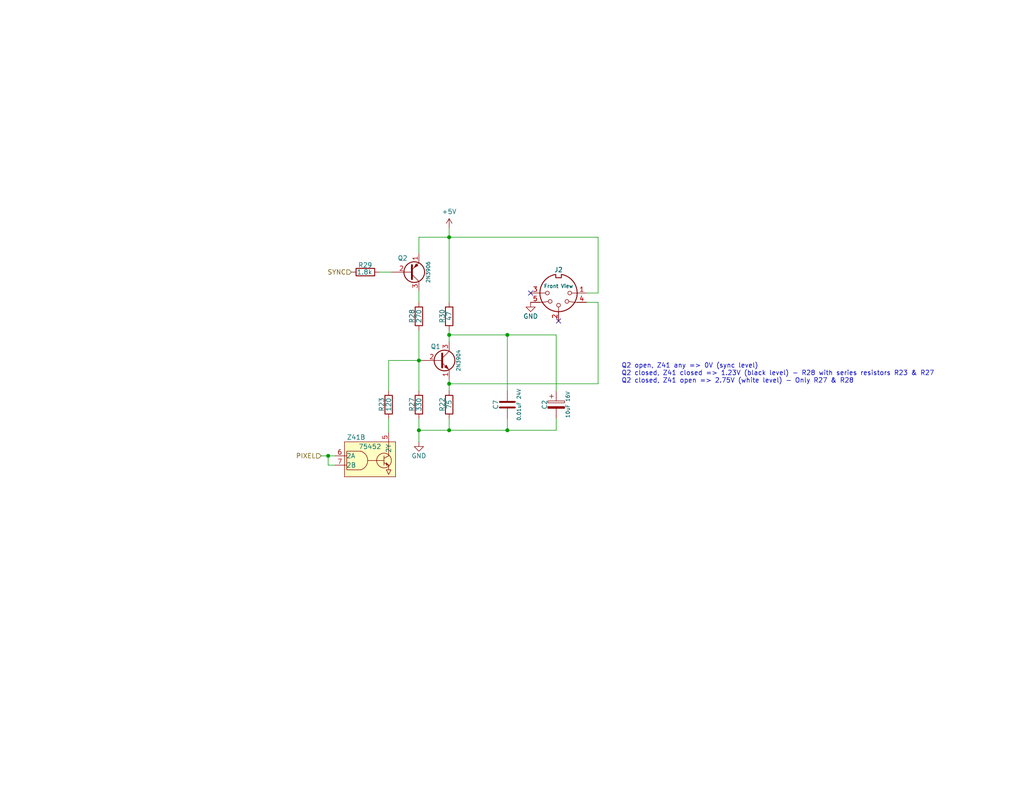
<source format=kicad_sch>
(kicad_sch (version 20230121) (generator eeschema)
  (paper "USLetter")
  (title_block (title "TRS-80 Model I G") (date "2023-10-24") (rev "E1B") (company "RetroStack - Marcel Erz") (comment 2 "Mixing circuit for sync and pixel data") (comment 4 "Video Mixer"))
  (lib_symbols
    (symbol "Connector:DIN-5_180degree" (pin_names (offset 1.016))
      (property "Reference" "J" (at 3.175 5.715 0))
      (property "Value" "DIN-5_180degree" (at 0 -6.35 0))
      (symbol "DIN-5_180degree_0_1"
        (arc (start -5.08 0) (mid -3.8609 -3.3364) (end -0.762 -5.08) (stroke (width 0.254)))
        (circle (center -3.048 0) (radius 0.508))
        (circle (center -2.286 2.286) (radius 0.508))
        (polyline (pts (xy -5.08 0) (xy -3.556 0)))
        (polyline (pts (xy 0 5.08) (xy 0 3.81)))
        (polyline (pts (xy 5.08 0) (xy 3.556 0)))
        (polyline (pts (xy -5.08 2.54) (xy -4.318 2.54) (xy -2.794 2.286)))
        (polyline (pts (xy 5.08 2.54) (xy 4.318 2.54) (xy 2.794 2.286)))
        (polyline (pts (xy -0.762 -4.953) (xy -0.762 -4.191) (xy 0.762 -4.191) (xy 0.762 -4.953)) (stroke (width 0.254)))
        (circle (center 0 3.302) (radius 0.508))
        (arc (start 0.762 -5.08) (mid 3.8685 -3.343) (end 5.08 0) (stroke (width 0.254)))
        (circle (center 2.286 2.286) (radius 0.508))
        (circle (center 3.048 0) (radius 0.508))
        (arc (start 5.08 0) (mid 0 5.0579) (end -5.08 0) (stroke (width 0.254)))
      )
      (symbol "DIN-5_180degree_1_1"
        (pin passive line (at -7.62 0 0) (length 2.54) (name "~") (number "1"))
        (pin passive line (at 0 7.62 270) (length 2.54) (name "~") (number "2"))
        (pin passive line (at 7.62 0 180) (length 2.54) (name "~") (number "3"))
        (pin passive line (at -7.62 2.54 0) (length 2.54) (name "~") (number "4"))
        (pin passive line (at 7.62 2.54 180) (length 2.54) (name "~") (number "5"))
      )
    )
    (symbol "Device:C" (pin_numbers hide) (pin_names (offset 0.254))
      (property "Reference" "C" (at 0.635 2.54 0))
      (property "Value" "C" (at 0.635 -2.54 0))
      (symbol "C_0_1"
        (polyline (pts (xy -2.032 -0.762) (xy 2.032 -0.762)) (stroke (width 0.508)))
        (polyline (pts (xy -2.032 0.762) (xy 2.032 0.762)) (stroke (width 0.508)))
      )
      (symbol "C_1_1"
        (pin passive line (at 0 3.81 270) (length 2.794) (name "~") (number "1"))
        (pin passive line (at 0 -3.81 90) (length 2.794) (name "~") (number "2"))
      )
    )
    (symbol "Device:C_Polarized" (pin_numbers hide) (pin_names (offset 0.254))
      (property "Reference" "C" (at 0.635 2.54 0))
      (property "Value" "C_Polarized" (at 0.635 -2.54 0))
      (symbol "C_Polarized_0_1"
        (rectangle (start -2.286 0.508) (end 2.286 1.016))
        (polyline (pts (xy -1.778 2.286) (xy -0.762 2.286)))
        (polyline (pts (xy -1.27 2.794) (xy -1.27 1.778)))
        (rectangle (start 2.286 -0.508) (end -2.286 -1.016) (fill (type outline)))
      )
      (symbol "C_Polarized_1_1"
        (pin passive line (at 0 3.81 270) (length 2.794) (name "~") (number "1"))
        (pin passive line (at 0 -3.81 90) (length 2.794) (name "~") (number "2"))
      )
    )
    (symbol "Device:R" (pin_numbers hide) (pin_names (offset 0))
      (property "Reference" "R" (at 2.032 0 90))
      (property "Value" "R" (at 0 0 90))
      (symbol "R_0_1"
        (rectangle (start -1.016 -2.54) (end 1.016 2.54) (stroke (width 0.254)))
      )
      (symbol "R_1_1"
        (pin passive line (at 0 3.81 270) (length 1.27) (name "~") (number "1"))
        (pin passive line (at 0 -3.81 90) (length 1.27) (name "~") (number "2"))
      )
    )
    (symbol "RetroStackLibrary:75452"
      (property "Reference" "U" (at 0 0 0))
      (property "Value" "75452" (at 0 -2.54 0))
      (symbol "75452_1_1"
        (rectangle (start -6.985 -1.27) (end 6.985 -10.795) (fill (type background)))
        (arc (start -2.54 -8.89) (mid -0.6393 -6.35) (end -2.54 -3.81))
        (circle (center -0.127 -6.35) (radius 0.5236))
        (polyline (pts (xy -6.35 -7.62) (xy -6.985 -7.62)))
        (polyline (pts (xy -6.35 -5.08) (xy -6.985 -5.08)))
        (polyline (pts (xy 0.381 -6.35) (xy 1.905 -6.35)))
        (polyline (pts (xy 3.81 -6.985) (xy 5.08 -7.62)))
        (polyline (pts (xy 3.81 -6.35) (xy 1.905 -6.35)))
        (polyline (pts (xy 3.81 -5.715) (xy 5.08 -5.08)))
        (polyline (pts (xy 3.81 -5.08) (xy 3.81 -7.62)))
        (polyline (pts (xy 4.445 -6.985) (xy 4.445 -7.62)))
        (polyline (pts (xy 5.08 -7.62) (xy 4.445 -7.62)))
        (polyline (pts (xy 5.08 -7.62) (xy 4.445 -6.985)))
        (polyline (pts (xy 5.08 -7.62) (xy 5.08 -8.89)))
        (polyline (pts (xy 5.08 -5.08) (xy 5.08 -1.27)))
        (polyline (pts (xy -2.54 -8.89) (xy -6.35 -8.89) (xy -6.35 -3.81) (xy -2.54 -3.81)))
        (polyline (pts (xy 4.445 -8.89) (xy 5.715 -8.89) (xy 5.08 -10.16) (xy 4.445 -8.89)))
        (circle (center 3.81 -6.35) (radius 2.008))
        (pin input line (at -9.525 -5.08 0) (length 2.54) (name "1A") (number "1"))
        (pin input line (at -9.525 -7.62 0) (length 2.54) (name "1B") (number "2"))
        (pin passive line (at 5.08 1.27 270) (length 2.54) (name "1Y") (number "3"))
      )
      (symbol "75452_2_1"
        (rectangle (start -6.985 -1.27) (end 6.985 -10.795) (fill (type background)))
        (arc (start -2.54 -8.89) (mid -0.6393 -6.35) (end -2.54 -3.81))
        (polyline (pts (xy -6.35 -7.62) (xy -6.985 -7.62)))
        (polyline (pts (xy -6.35 -5.08) (xy -6.985 -5.08)))
        (polyline (pts (xy -0.635 -6.35) (xy 1.905 -6.35)))
        (polyline (pts (xy 3.81 -6.985) (xy 5.08 -7.62)))
        (polyline (pts (xy 3.81 -6.35) (xy 1.905 -6.35)))
        (polyline (pts (xy 3.81 -5.715) (xy 5.08 -5.08)))
        (polyline (pts (xy 3.81 -5.08) (xy 3.81 -7.62)))
        (polyline (pts (xy 4.445 -6.985) (xy 4.445 -7.62)))
        (polyline (pts (xy 5.08 -7.62) (xy 4.445 -7.62)))
        (polyline (pts (xy 5.08 -7.62) (xy 4.445 -6.985)))
        (polyline (pts (xy 5.08 -7.62) (xy 5.08 -8.89)))
        (polyline (pts (xy 5.08 -5.08) (xy 5.08 -1.27)))
        (polyline (pts (xy -2.54 -8.89) (xy -6.35 -8.89) (xy -6.35 -3.81) (xy -2.54 -3.81)))
        (polyline (pts (xy 4.445 -8.89) (xy 5.715 -8.89) (xy 5.08 -10.16) (xy 4.445 -8.89)))
        (circle (center 3.81 -6.35) (radius 2.008))
        (pin passive line (at 5.08 1.27 270) (length 2.54) (name "2Y") (number "5"))
        (pin input line (at -9.525 -5.08 0) (length 2.54) (name "2A") (number "6"))
        (pin input line (at -9.525 -7.62 0) (length 2.54) (name "2B") (number "7"))
      )
      (symbol "75452_3_1"
        (rectangle (start -6.985 -1.27) (end 3.175 -16.51) (fill (type background)))
        (pin passive line (at -1.905 -19.05 90) (length 2.54) (name "GND") (number "4"))
        (pin passive line (at -1.905 1.27 270) (length 2.54) (name "VCC") (number "8"))
      )
    )
    (symbol "Transistor_BJT:2N3904" (pin_names (offset 0) hide)
      (property "Reference" "Q" (at 5.08 1.905 0))
      (property "Value" "2N3904" (at 5.08 0 0))
      (symbol "2N3904_0_1"
        (polyline (pts (xy 0.635 0.635) (xy 2.54 2.54)))
        (polyline (pts (xy 0.635 -0.635) (xy 2.54 -2.54) (xy 2.54 -2.54)))
        (polyline (pts (xy 0.635 1.905) (xy 0.635 -1.905) (xy 0.635 -1.905)) (stroke (width 0.508)))
        (polyline (pts (xy 1.27 -1.778) (xy 1.778 -1.27) (xy 2.286 -2.286) (xy 1.27 -1.778) (xy 1.27 -1.778)) (fill (type outline)))
        (circle (center 1.27 0) (radius 2.8194) (stroke (width 0.254)))
      )
      (symbol "2N3904_1_1"
        (pin passive line (at 2.54 -5.08 90) (length 2.54) (name "E") (number "1"))
        (pin passive line (at -5.08 0 0) (length 5.715) (name "B") (number "2"))
        (pin passive line (at 2.54 5.08 270) (length 2.54) (name "C") (number "3"))
      )
    )
    (symbol "Transistor_BJT:2N3906" (pin_names (offset 0) hide)
      (property "Reference" "Q" (at 5.08 1.905 0))
      (property "Value" "2N3906" (at 5.08 0 0))
      (symbol "2N3906_0_1"
        (polyline (pts (xy 0.635 0.635) (xy 2.54 2.54)))
        (polyline (pts (xy 0.635 -0.635) (xy 2.54 -2.54) (xy 2.54 -2.54)))
        (polyline (pts (xy 0.635 1.905) (xy 0.635 -1.905) (xy 0.635 -1.905)) (stroke (width 0.508)))
        (polyline (pts (xy 2.286 -1.778) (xy 1.778 -2.286) (xy 1.27 -1.27) (xy 2.286 -1.778) (xy 2.286 -1.778)) (fill (type outline)))
        (circle (center 1.27 0) (radius 2.8194) (stroke (width 0.254)))
      )
      (symbol "2N3906_1_1"
        (pin passive line (at 2.54 -5.08 90) (length 2.54) (name "E") (number "1"))
        (pin input line (at -5.08 0 0) (length 5.715) (name "B") (number "2"))
        (pin passive line (at 2.54 5.08 270) (length 2.54) (name "C") (number "3"))
      )
    )
    (symbol "power:+5V" (power) (pin_names (offset 0))
      (property "Value" "+5V" (at 0 3.556 0))
      (symbol "+5V_0_1"
        (polyline (pts (xy -0.762 1.27) (xy 0 2.54)))
        (polyline (pts (xy 0 0) (xy 0 2.54)))
        (polyline (pts (xy 0 2.54) (xy 0.762 1.27)))
      )
      (symbol "+5V_1_1"
        (pin power_in line (at 0 0 90) (length 0) hide (name "+5V") (number "1"))
      )
    )
    (symbol "power:GND" (power) (pin_names (offset 0))
      (property "Value" "GND" (at 0 -3.81 0))
      (symbol "GND_0_1"
        (polyline (pts (xy 0 0) (xy 0 -1.27) (xy 1.27 -1.27) (xy 0 -2.54) (xy -1.27 -1.27) (xy 0 -1.27)))
      )
      (symbol "GND_1_1"
        (pin power_in line (at 0 0 270) (length 0) hide (name "GND") (number "1"))
      )
    )
  )
  (junction (at 138.43 117.475))
  (junction (at 122.555 104.775))
  (junction (at 122.555 91.44))
  (junction (at 122.555 64.77))
  (junction (at 114.3 117.475))
  (junction (at 138.43 91.44))
  (junction (at 122.555 117.475))
  (junction (at 89.535 124.46))
  (junction (at 114.3 98.425))
  (no_connect (at 152.4 87.63))
  (no_connect (at 144.78 80.01))
  (wire (pts (xy 114.3 79.375) (xy 114.3 82.55)))
  (wire (pts (xy 89.535 127) (xy 89.535 124.46)))
  (wire (pts (xy 163.195 80.01) (xy 163.195 64.77)))
  (wire (pts (xy 114.3 98.425) (xy 114.935 98.425)))
  (wire (pts (xy 103.505 74.295) (xy 106.68 74.295)))
  (wire (pts (xy 122.555 104.775) (xy 122.555 106.68)))
  (wire (pts (xy 91.44 127) (xy 89.535 127)))
  (wire (pts (xy 163.195 82.55) (xy 163.195 104.775)))
  (wire (pts (xy 122.555 117.475) (xy 114.3 117.475)))
  (wire (pts (xy 151.765 106.68) (xy 151.765 91.44)))
  (wire (pts (xy 114.3 90.17) (xy 114.3 98.425)))
  (wire (pts (xy 89.535 124.46) (xy 91.44 124.46)))
  (wire (pts (xy 160.02 80.01) (xy 163.195 80.01)))
  (wire (pts (xy 122.555 104.775) (xy 163.195 104.775)))
  (wire (pts (xy 114.3 69.215) (xy 114.3 64.77)))
  (wire (pts (xy 163.195 64.77) (xy 122.555 64.77)))
  (wire (pts (xy 151.765 114.3) (xy 151.765 117.475)))
  (wire (pts (xy 138.43 117.475) (xy 122.555 117.475)))
  (wire (pts (xy 114.3 64.77) (xy 122.555 64.77)))
  (wire (pts (xy 138.43 114.3) (xy 138.43 117.475)))
  (wire (pts (xy 122.555 90.17) (xy 122.555 91.44)))
  (wire (pts (xy 151.765 117.475) (xy 138.43 117.475)))
  (wire (pts (xy 122.555 91.44) (xy 122.555 93.345)))
  (wire (pts (xy 106.045 98.425) (xy 114.3 98.425)))
  (wire (pts (xy 122.555 64.77) (xy 122.555 82.55)))
  (wire (pts (xy 138.43 106.68) (xy 138.43 91.44)))
  (wire (pts (xy 114.3 117.475) (xy 114.3 120.65)))
  (wire (pts (xy 151.765 91.44) (xy 138.43 91.44)))
  (wire (pts (xy 122.555 103.505) (xy 122.555 104.775)))
  (wire (pts (xy 122.555 114.3) (xy 122.555 117.475)))
  (wire (pts (xy 122.555 62.23) (xy 122.555 64.77)))
  (wire (pts (xy 106.045 114.3) (xy 106.045 118.11)))
  (wire (pts (xy 106.045 106.68) (xy 106.045 98.425)))
  (wire (pts (xy 114.3 114.3) (xy 114.3 117.475)))
  (wire (pts (xy 87.63 124.46) (xy 89.535 124.46)))
  (wire (pts (xy 114.3 98.425) (xy 114.3 106.68)))
  (wire (pts (xy 138.43 91.44) (xy 122.555 91.44)))
  (wire (pts (xy 160.02 82.55) (xy 163.195 82.55)))
  (text "Q2 open, Z41 any => 0V (sync level)\nQ2 closed, Z41 closed => 1.23V (black level) - R28 with series resistors R23 & R27\nQ2 closed, Z41 open => 2.75V (white level) - Only R27 & R28" (at 169.545 104.775 0) (effects (font (size 1.27 1.27)) (justify left bottom)))
  (hierarchical_label "PIXEL" (shape input) (at 87.63 124.46 180))
  (hierarchical_label "SYNC" (shape input) (at 95.885 74.295 180))
  (symbol (lib_id "Transistor_BJT:2N3904") (at 120.015 98.425 0) (unit 1)
    (property "Reference" "Q1" (at 117.475 94.615 0) (effects (justify left)))
    (property "Value" "2N3904" (at 125.095 98.425 90) (effects (font (size 1 1))))
    (property "Footprint" "RetroStackLibrary:TRS80_Model_I_Q_Circle_EBC" (effects hide))
    (property "Datasheet" "https://www.onsemi.com/pub/Collateral/2N3903-D.PDF" (effects hide))
    (instances (project "Replica" (path "" (reference "Q1") (unit 1))) (project "TRS80_Model_I_G_E1" (path "" (reference "Q?") (unit 1)) (path "" (reference "Q1") (unit 1))))
  )
  (symbol (lib_id "Device:R") (at 114.3 86.36 0) (unit 1)
    (property "Reference" "R28" (at 112.395 88.265 90) (effects (justify left)))
    (property "Value" "270" (at 114.3 88.265 90) (effects (justify left)))
    (property "Footprint" "RetroStackLibrary:TRS80_Model_I_R_0.25W" (effects hide))
    (instances (project "Replica" (path "" (reference "R28") (unit 1))) (project "TRS80_Model_I_G_E1" (path "" (reference "R?") (unit 1)) (path "" (reference "R28") (unit 1))))
  )
  (symbol (lib_id "Device:C_Polarized") (at 151.765 110.49 0) (unit 1)
    (property "Reference" "C2" (at 148.59 110.49 90))
    (property "Value" "10uF 16V" (at 154.94 110.49 90) (effects (font (size 1 1))))
    (property "Footprint" "RetroStackLibrary:TRS80_Model_I_C_Pol_Radial_5D_2.5P" (effects hide))
    (instances (project "Replica" (path "" (reference "C2") (unit 1))) (project "TRS80_Model_I_G_E1" (path "" (reference "C?") (unit 1)) (path "" (reference "C2") (unit 1))))
  )
  (symbol (lib_id "Device:R") (at 122.555 86.36 0) (unit 1)
    (property "Reference" "R30" (at 120.65 88.265 90) (effects (justify left)))
    (property "Value" "47" (at 122.555 87.63 90) (effects (justify left)))
    (property "Footprint" "RetroStackLibrary:TRS80_Model_I_R_0.25W" (effects hide))
    (instances (project "Replica" (path "" (reference "R30") (unit 1))) (project "TRS80_Model_I_G_E1" (path "" (reference "R?") (unit 1)) (path "" (reference "R30") (unit 1))))
  )
  (symbol (lib_id "Device:R") (at 122.555 110.49 0) (unit 1)
    (property "Reference" "R22" (at 120.65 112.395 90) (effects (justify left)))
    (property "Value" "75" (at 122.555 111.76 90) (effects (justify left)))
    (property "Footprint" "RetroStackLibrary:TRS80_Model_I_R_0.25W" (effects hide))
    (instances (project "Replica" (path "" (reference "R22") (unit 1))) (project "TRS80_Model_I_G_E1" (path "" (reference "R?") (unit 1)) (path "" (reference "R22") (unit 1))))
  )
  (symbol (lib_id "power:GND") (at 144.78 82.55 0) (unit 1)
    (property "Reference" "#PWR02" (effects hide))
    (property "Value" "GND" (at 144.78 86.36 0))
    (instances (project "Replica" (path "" (reference "#PWR02") (unit 1))) (project "TRS80_Model_I_G_E1" (path "" (reference "#PWR?") (unit 1)) (path "" (reference "#PWR068") (unit 1))))
  )
  (symbol (lib_id "Connector:DIN-5_180degree") (at 152.4 80.01 180) (unit 1)
    (property "Reference" "J2" (at 152.4 73.66 0))
    (property "Value" "Front View" (at 152.4 78.105 0) (effects (font (size 1 1))))
    (property "Footprint" "RetroStackLibrary:TRS80_Model_I_DIN5" (effects hide))
    (property "Datasheet" "http://www.mouser.com/ds/2/18/40_c091_abd_e-75918.pdf" (effects hide))
    (instances (project "Replica" (path "" (reference "J2") (unit 1))) (project "TRS80_Model_I_G_E1" (path "" (reference "J?") (unit 1)) (path "" (reference "J2") (unit 1))))
  )
  (symbol (lib_id "Device:R") (at 106.045 110.49 0) (unit 1)
    (property "Reference" "R23" (at 104.14 112.395 90) (effects (justify left)))
    (property "Value" "120" (at 106.045 112.395 90) (effects (justify left)))
    (property "Footprint" "RetroStackLibrary:TRS80_Model_I_R_0.25W" (effects hide))
    (instances (project "Replica" (path "" (reference "R23") (unit 1))) (project "TRS80_Model_I_G_E1" (path "" (reference "R?") (unit 1)) (path "" (reference "R23") (unit 1))))
  )
  (symbol (lib_id "Device:C") (at 138.43 110.49 0) (unit 1)
    (property "Reference" "C7" (at 135.255 110.49 90))
    (property "Value" "0.01uF 24V" (at 141.605 110.49 90) (effects (font (size 1 1))))
    (property "Footprint" "RetroStackLibrary:TRS80_Model_I_C_Disc_9.5L_4W_6P_Small" (effects hide))
    (instances (project "Replica" (path "" (reference "C7") (unit 1))) (project "TRS80_Model_I_G_E1" (path "" (reference "C?") (unit 1)) (path "" (reference "C7") (unit 1))))
  )
  (symbol (lib_id "Device:R") (at 114.3 110.49 0) (unit 1)
    (property "Reference" "R27" (at 112.395 112.395 90) (effects (justify left)))
    (property "Value" "330" (at 114.3 112.395 90) (effects (justify left)))
    (property "Footprint" "RetroStackLibrary:TRS80_Model_I_R_0.25W" (effects hide))
    (instances (project "Replica" (path "" (reference "R27") (unit 1))) (project "TRS80_Model_I_G_E1" (path "" (reference "R?") (unit 1)) (path "" (reference "R27") (unit 1))))
  )
  (symbol (lib_id "power:GND") (at 114.3 120.65 0) (unit 1)
    (property "Reference" "#PWR02" (effects hide))
    (property "Value" "GND" (at 114.3 124.46 0))
    (instances (project "Replica" (path "" (reference "#PWR02") (unit 1))) (project "TRS80_Model_I_G_E1" (path "" (reference "#PWR?") (unit 1)) (path "" (reference "#PWR066") (unit 1))))
  )
  (symbol (lib_id "Transistor_BJT:2N3906") (at 111.76 74.295 0) (mirror x) (unit 1)
    (property "Reference" "Q2" (at 109.855 70.485 0))
    (property "Value" "2N3906" (at 116.84 74.295 90) (effects (font (size 1 1))))
    (property "Footprint" "RetroStackLibrary:TRS80_Model_I_Q_Circle_EBC" (effects hide))
    (property "Datasheet" "https://www.onsemi.com/pub/Collateral/2N3906-D.PDF" (effects hide))
    (instances (project "Replica" (path "" (reference "Q2") (unit 1))) (project "TRS80_Model_I_G_E1" (path "" (reference "Q?") (unit 1)) (path "" (reference "Q2") (unit 1))))
  )
  (symbol (lib_id "power:+5V") (at 122.555 62.23 0) (unit 1)
    (property "Reference" "#PWR01" (effects hide))
    (property "Value" "+5V" (at 122.555 57.785 0))
    (instances (project "Replica" (path "" (reference "#PWR01") (unit 1))) (project "TRS80_Model_I_G_E1" (path "" (reference "#PWR?") (unit 1)) (path "" (reference "#PWR067") (unit 1))))
  )
  (symbol (lib_id "Device:R") (at 99.695 74.295 90) (unit 1)
    (property "Reference" "R29" (at 101.6 72.39 90) (effects (justify left)))
    (property "Value" "1.8k" (at 101.6 74.295 90) (effects (justify left)))
    (property "Footprint" "RetroStackLibrary:TRS80_Model_I_R_0.25W" (effects hide))
    (instances (project "Replica" (path "" (reference "R29") (unit 1))) (project "TRS80_Model_I_G_E1" (path "" (reference "R?") (unit 1)) (path "" (reference "R29") (unit 1))))
  )
  (symbol (lib_id "RetroStackLibrary:75452") (at 100.965 119.38 0) (unit 2)
    (property "Reference" "Z41" (at 94.615 119.38 0) (effects (justify left)))
    (property "Value" "75452" (at 97.79 121.92 0) (effects (justify left)))
    (property "Footprint" "RetroStackLibrary:TRS80_Model_I_DIP8" (effects hide))
    (property "Datasheet" "https://www.ti.com/lit/ds/symlink/sn75452b.pdf" (effects hide))
    (instances (project "Replica" (path "" (reference "Z41") (unit 2))) (project "TRS80_Model_I_G_E1" (path "" (reference "Z?") (unit 2)) (path "" (reference "Z41") (unit 2))))
  )
)
</source>
